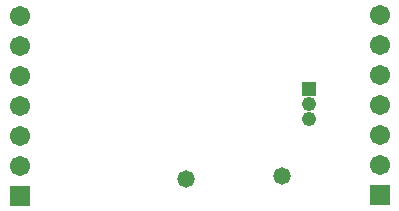
<source format=gbs>
G04*
G04 #@! TF.GenerationSoftware,Altium Limited,Altium Designer,18.0.12 (696)*
G04*
G04 Layer_Color=16711935*
%FSLAX25Y25*%
%MOIN*%
G70*
G01*
G75*
%ADD20C,0.06706*%
%ADD21R,0.06706X0.06706*%
%ADD22R,0.04800X0.04800*%
%ADD23C,0.04800*%
%ADD24C,0.05800*%
D20*
X130500Y175500D02*
D03*
Y165500D02*
D03*
Y155500D02*
D03*
Y145500D02*
D03*
Y125500D02*
D03*
Y135500D02*
D03*
X250500Y175894D02*
D03*
Y165894D02*
D03*
Y155894D02*
D03*
Y145894D02*
D03*
Y125894D02*
D03*
Y135894D02*
D03*
D21*
X130500Y115500D02*
D03*
X250500Y115894D02*
D03*
D22*
X227000Y151000D02*
D03*
D23*
Y146000D02*
D03*
Y141000D02*
D03*
D24*
X186000Y121000D02*
D03*
X218000Y122000D02*
D03*
M02*

</source>
